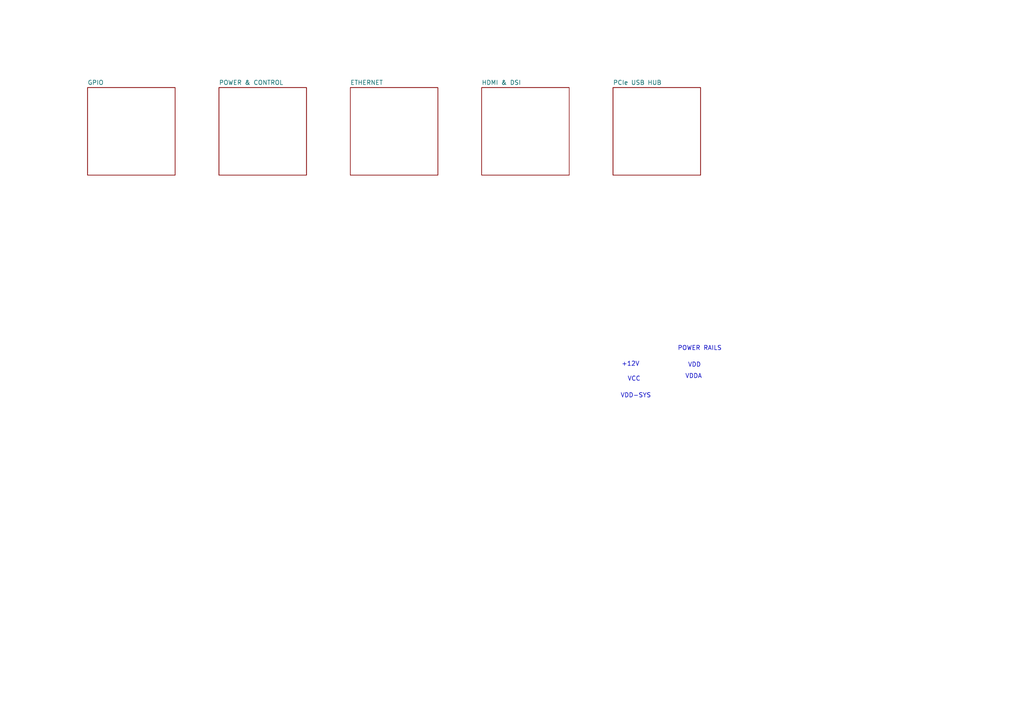
<source format=kicad_sch>
(kicad_sch
	(version 20231120)
	(generator "eeschema")
	(generator_version "8.0")
	(uuid "e0bf23df-80c2-45c8-b049-1b8a3c683fbd")
	(paper "A4")
	(title_block
		(title "Benchy Motherboard Using RasPI CM4 Module")
		(rev "1")
		(company "Daxxn Industries")
	)
	(lib_symbols)
	(text "POWER RAILS"
		(exclude_from_sim no)
		(at 202.946 101.092 0)
		(effects
			(font
				(size 1.27 1.27)
			)
		)
		(uuid "1d46660b-272d-4c74-a1d8-1764f737562e")
	)
	(text "VDD-SYS"
		(exclude_from_sim no)
		(at 184.404 114.808 0)
		(effects
			(font
				(size 1.27 1.27)
			)
		)
		(uuid "2782a6cc-0044-490f-95d6-304076e4a81a")
	)
	(text "VCC"
		(exclude_from_sim no)
		(at 183.896 109.982 0)
		(effects
			(font
				(size 1.27 1.27)
			)
		)
		(uuid "7a768468-7b27-475d-9a83-4ac0a9207bdc")
	)
	(text "VDD"
		(exclude_from_sim no)
		(at 201.422 105.918 0)
		(effects
			(font
				(size 1.27 1.27)
			)
		)
		(uuid "9d55cc4c-a6f9-442b-8135-e033564dc2a9")
	)
	(text "+12V"
		(exclude_from_sim no)
		(at 182.88 105.664 0)
		(effects
			(font
				(size 1.27 1.27)
			)
		)
		(uuid "b5456d56-a5a0-465a-b8dd-4fc4b6dbed77")
	)
	(text "VDDA"
		(exclude_from_sim no)
		(at 201.168 109.22 0)
		(effects
			(font
				(size 1.27 1.27)
			)
		)
		(uuid "e5f395ab-b4e4-47ca-b660-4630eafc1484")
	)
	(sheet
		(at 177.8 25.4)
		(size 25.4 25.4)
		(fields_autoplaced yes)
		(stroke
			(width 0.1524)
			(type solid)
		)
		(fill
			(color 0 0 0 0.0000)
		)
		(uuid "10c77d6d-1123-4267-8b4a-77bb6d581450")
		(property "Sheetname" "PCIe USB HUB"
			(at 177.8 24.6884 0)
			(effects
				(font
					(size 1.27 1.27)
				)
				(justify left bottom)
			)
		)
		(property "Sheetfile" "BenchyMB-RPI_PCIe-Hub.kicad_sch"
			(at 177.8 51.3846 0)
			(effects
				(font
					(size 1.27 1.27)
				)
				(justify left top)
				(hide yes)
			)
		)
		(instances
			(project "BenchyMotherBoard-PI"
				(path "/e0bf23df-80c2-45c8-b049-1b8a3c683fbd"
					(page "5")
				)
			)
		)
	)
	(sheet
		(at 101.6 25.4)
		(size 25.4 25.4)
		(fields_autoplaced yes)
		(stroke
			(width 0.1524)
			(type solid)
		)
		(fill
			(color 0 0 0 0.0000)
		)
		(uuid "147d3608-1ab6-47fa-9cbd-63a7ab1bb8f0")
		(property "Sheetname" "ETHERNET"
			(at 101.6 24.6884 0)
			(effects
				(font
					(size 1.27 1.27)
				)
				(justify left bottom)
			)
		)
		(property "Sheetfile" "BenchyMB-RPI_Ethernet.kicad_sch"
			(at 101.6 51.3846 0)
			(effects
				(font
					(size 1.27 1.27)
				)
				(justify left top)
				(hide yes)
			)
		)
		(instances
			(project "BenchyMotherBoard-PI"
				(path "/e0bf23df-80c2-45c8-b049-1b8a3c683fbd"
					(page "6")
				)
			)
		)
	)
	(sheet
		(at 25.4 25.4)
		(size 25.4 25.4)
		(fields_autoplaced yes)
		(stroke
			(width 0.1524)
			(type solid)
		)
		(fill
			(color 0 0 0 0.0000)
		)
		(uuid "3f04615d-4dea-4473-8e0e-81049ee9ae56")
		(property "Sheetname" "GPIO"
			(at 25.4 24.6884 0)
			(effects
				(font
					(size 1.27 1.27)
				)
				(justify left bottom)
			)
		)
		(property "Sheetfile" "BenchyMB-RPI_GPIO.kicad_sch"
			(at 25.4 51.3846 0)
			(effects
				(font
					(size 1.27 1.27)
				)
				(justify left top)
				(hide yes)
			)
		)
		(instances
			(project "BenchyMotherBoard-PI"
				(path "/e0bf23df-80c2-45c8-b049-1b8a3c683fbd"
					(page "4")
				)
			)
		)
	)
	(sheet
		(at 139.7 25.4)
		(size 25.4 25.4)
		(fields_autoplaced yes)
		(stroke
			(width 0.1524)
			(type solid)
		)
		(fill
			(color 0 0 0 0.0000)
		)
		(uuid "b15cfecf-7bf8-4112-b52c-2487109301e4")
		(property "Sheetname" "HDMI & DSI"
			(at 139.7 24.6884 0)
			(effects
				(font
					(size 1.27 1.27)
				)
				(justify left bottom)
			)
		)
		(property "Sheetfile" "BenchyMB-RPI_HDMI.kicad_sch"
			(at 139.7 51.3846 0)
			(effects
				(font
					(size 1.27 1.27)
				)
				(justify left top)
				(hide yes)
			)
		)
		(instances
			(project "BenchyMotherBoard-PI"
				(path "/e0bf23df-80c2-45c8-b049-1b8a3c683fbd"
					(page "7")
				)
			)
		)
	)
	(sheet
		(at 63.5 25.4)
		(size 25.4 25.4)
		(fields_autoplaced yes)
		(stroke
			(width 0.1524)
			(type solid)
		)
		(fill
			(color 0 0 0 0.0000)
		)
		(uuid "c9aae8c2-5dae-4388-ae4f-1a5611de03d7")
		(property "Sheetname" "POWER & CONTROL"
			(at 63.5 24.6884 0)
			(effects
				(font
					(size 1.27 1.27)
				)
				(justify left bottom)
			)
		)
		(property "Sheetfile" "BenchyMB-RPI_Power-Control.kicad_sch"
			(at 63.5 51.3846 0)
			(effects
				(font
					(size 1.27 1.27)
				)
				(justify left top)
				(hide yes)
			)
		)
		(instances
			(project "BenchyMotherBoard-PI"
				(path "/e0bf23df-80c2-45c8-b049-1b8a3c683fbd"
					(page "2")
				)
			)
		)
	)
	(sheet_instances
		(path "/"
			(page "1")
		)
	)
)

</source>
